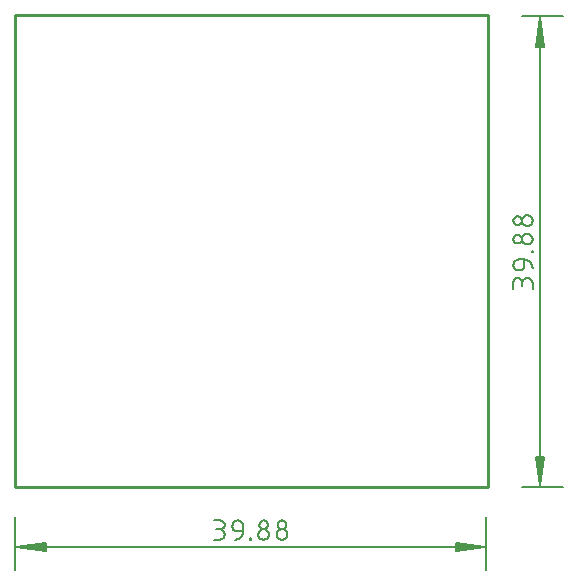
<source format=gko>
G04 EAGLE Gerber RS-274X export*
G75*
%MOMM*%
%FSLAX34Y34*%
%LPD*%
%INBoard Outline*%
%IPPOS*%
%AMOC8*
5,1,8,0,0,1.08239X$1,22.5*%
G01*
%ADD10C,0.000000*%
%ADD11C,0.130000*%
%ADD12C,0.152400*%
%ADD13C,0.254000*%


D10*
X0Y0D02*
X400000Y0D01*
X400000Y400000D01*
X0Y400000D02*
X0Y0D01*
D11*
X0Y-25400D02*
X0Y-70300D01*
X398780Y-70300D02*
X398780Y-25400D01*
X398130Y-50800D02*
X650Y-50800D01*
X26000Y-47608D01*
X26000Y-53992D01*
X650Y-50800D01*
X26000Y-49500D01*
X26000Y-52100D02*
X650Y-50800D01*
X26000Y-48200D01*
X26000Y-53400D02*
X650Y-50800D01*
X372780Y-47608D02*
X398130Y-50800D01*
X372780Y-47608D02*
X372780Y-53992D01*
X398130Y-50800D01*
X372780Y-49500D01*
X372780Y-52100D02*
X398130Y-50800D01*
X372780Y-48200D01*
X372780Y-53400D02*
X398130Y-50800D01*
D12*
X172758Y-44293D02*
X168242Y-44293D01*
X172758Y-44293D02*
X172891Y-44291D01*
X173023Y-44285D01*
X173155Y-44275D01*
X173287Y-44262D01*
X173419Y-44244D01*
X173549Y-44223D01*
X173680Y-44198D01*
X173809Y-44169D01*
X173937Y-44136D01*
X174065Y-44100D01*
X174191Y-44060D01*
X174316Y-44016D01*
X174440Y-43968D01*
X174562Y-43917D01*
X174683Y-43862D01*
X174802Y-43804D01*
X174920Y-43742D01*
X175035Y-43677D01*
X175149Y-43608D01*
X175260Y-43537D01*
X175369Y-43461D01*
X175476Y-43383D01*
X175581Y-43302D01*
X175683Y-43217D01*
X175783Y-43130D01*
X175880Y-43040D01*
X175975Y-42947D01*
X176066Y-42851D01*
X176155Y-42753D01*
X176241Y-42652D01*
X176324Y-42548D01*
X176404Y-42442D01*
X176480Y-42334D01*
X176554Y-42224D01*
X176624Y-42111D01*
X176691Y-41997D01*
X176754Y-41880D01*
X176814Y-41762D01*
X176871Y-41642D01*
X176924Y-41520D01*
X176973Y-41397D01*
X177019Y-41273D01*
X177061Y-41147D01*
X177099Y-41020D01*
X177134Y-40892D01*
X177165Y-40763D01*
X177192Y-40634D01*
X177215Y-40503D01*
X177235Y-40372D01*
X177250Y-40240D01*
X177262Y-40108D01*
X177270Y-39976D01*
X177274Y-39843D01*
X177274Y-39711D01*
X177270Y-39578D01*
X177262Y-39446D01*
X177250Y-39314D01*
X177235Y-39182D01*
X177215Y-39051D01*
X177192Y-38920D01*
X177165Y-38791D01*
X177134Y-38662D01*
X177099Y-38534D01*
X177061Y-38407D01*
X177019Y-38281D01*
X176973Y-38157D01*
X176924Y-38034D01*
X176871Y-37912D01*
X176814Y-37792D01*
X176754Y-37674D01*
X176691Y-37557D01*
X176624Y-37443D01*
X176554Y-37330D01*
X176480Y-37220D01*
X176404Y-37112D01*
X176324Y-37006D01*
X176241Y-36902D01*
X176155Y-36801D01*
X176066Y-36703D01*
X175975Y-36607D01*
X175880Y-36514D01*
X175783Y-36424D01*
X175683Y-36337D01*
X175581Y-36252D01*
X175476Y-36171D01*
X175369Y-36093D01*
X175260Y-36017D01*
X175149Y-35946D01*
X175035Y-35877D01*
X174920Y-35812D01*
X174802Y-35750D01*
X174683Y-35692D01*
X174562Y-35637D01*
X174440Y-35586D01*
X174316Y-35538D01*
X174191Y-35494D01*
X174065Y-35454D01*
X173937Y-35418D01*
X173809Y-35385D01*
X173680Y-35356D01*
X173549Y-35331D01*
X173419Y-35310D01*
X173287Y-35292D01*
X173155Y-35279D01*
X173023Y-35269D01*
X172891Y-35263D01*
X172758Y-35261D01*
X173661Y-28037D02*
X168242Y-28037D01*
X173661Y-28037D02*
X173780Y-28039D01*
X173900Y-28045D01*
X174019Y-28055D01*
X174137Y-28069D01*
X174256Y-28086D01*
X174373Y-28108D01*
X174490Y-28133D01*
X174605Y-28163D01*
X174720Y-28196D01*
X174834Y-28233D01*
X174946Y-28273D01*
X175057Y-28318D01*
X175166Y-28366D01*
X175274Y-28417D01*
X175380Y-28472D01*
X175484Y-28531D01*
X175586Y-28593D01*
X175686Y-28658D01*
X175784Y-28727D01*
X175880Y-28799D01*
X175973Y-28874D01*
X176063Y-28951D01*
X176151Y-29032D01*
X176236Y-29116D01*
X176318Y-29203D01*
X176398Y-29292D01*
X176474Y-29384D01*
X176548Y-29478D01*
X176618Y-29575D01*
X176685Y-29673D01*
X176749Y-29774D01*
X176809Y-29878D01*
X176866Y-29983D01*
X176919Y-30090D01*
X176969Y-30198D01*
X177015Y-30308D01*
X177057Y-30420D01*
X177096Y-30533D01*
X177131Y-30647D01*
X177162Y-30762D01*
X177190Y-30879D01*
X177213Y-30996D01*
X177233Y-31113D01*
X177249Y-31232D01*
X177261Y-31351D01*
X177269Y-31470D01*
X177273Y-31589D01*
X177273Y-31709D01*
X177269Y-31828D01*
X177261Y-31947D01*
X177249Y-32066D01*
X177233Y-32185D01*
X177213Y-32302D01*
X177190Y-32419D01*
X177162Y-32536D01*
X177131Y-32651D01*
X177096Y-32765D01*
X177057Y-32878D01*
X177015Y-32990D01*
X176969Y-33100D01*
X176919Y-33208D01*
X176866Y-33315D01*
X176809Y-33420D01*
X176749Y-33524D01*
X176685Y-33625D01*
X176618Y-33723D01*
X176548Y-33820D01*
X176474Y-33914D01*
X176398Y-34006D01*
X176318Y-34095D01*
X176236Y-34182D01*
X176151Y-34266D01*
X176063Y-34347D01*
X175973Y-34424D01*
X175880Y-34499D01*
X175784Y-34571D01*
X175686Y-34640D01*
X175586Y-34705D01*
X175484Y-34767D01*
X175380Y-34826D01*
X175274Y-34881D01*
X175166Y-34932D01*
X175057Y-34980D01*
X174946Y-35025D01*
X174834Y-35065D01*
X174720Y-35102D01*
X174605Y-35135D01*
X174490Y-35165D01*
X174373Y-35190D01*
X174256Y-35212D01*
X174137Y-35229D01*
X174019Y-35243D01*
X173900Y-35253D01*
X173780Y-35259D01*
X173661Y-35261D01*
X173661Y-35262D02*
X170048Y-35262D01*
X187486Y-37068D02*
X192904Y-37068D01*
X187486Y-37068D02*
X187368Y-37066D01*
X187250Y-37060D01*
X187132Y-37051D01*
X187015Y-37037D01*
X186898Y-37020D01*
X186781Y-36999D01*
X186666Y-36974D01*
X186551Y-36945D01*
X186437Y-36912D01*
X186325Y-36876D01*
X186214Y-36836D01*
X186104Y-36793D01*
X185995Y-36746D01*
X185888Y-36696D01*
X185783Y-36641D01*
X185680Y-36584D01*
X185579Y-36523D01*
X185479Y-36459D01*
X185382Y-36392D01*
X185287Y-36322D01*
X185195Y-36248D01*
X185104Y-36172D01*
X185017Y-36092D01*
X184932Y-36010D01*
X184850Y-35925D01*
X184770Y-35838D01*
X184694Y-35747D01*
X184620Y-35655D01*
X184550Y-35560D01*
X184483Y-35463D01*
X184419Y-35363D01*
X184358Y-35262D01*
X184301Y-35159D01*
X184246Y-35054D01*
X184196Y-34947D01*
X184149Y-34838D01*
X184106Y-34728D01*
X184066Y-34617D01*
X184030Y-34505D01*
X183997Y-34391D01*
X183968Y-34276D01*
X183943Y-34161D01*
X183922Y-34044D01*
X183905Y-33927D01*
X183891Y-33810D01*
X183882Y-33692D01*
X183876Y-33574D01*
X183874Y-33456D01*
X183873Y-33456D02*
X183873Y-32553D01*
X183875Y-32420D01*
X183881Y-32288D01*
X183891Y-32156D01*
X183904Y-32024D01*
X183922Y-31892D01*
X183943Y-31762D01*
X183968Y-31631D01*
X183997Y-31502D01*
X184030Y-31374D01*
X184066Y-31246D01*
X184106Y-31120D01*
X184150Y-30995D01*
X184198Y-30871D01*
X184249Y-30749D01*
X184304Y-30628D01*
X184362Y-30509D01*
X184424Y-30391D01*
X184489Y-30276D01*
X184558Y-30162D01*
X184629Y-30051D01*
X184705Y-29942D01*
X184783Y-29835D01*
X184864Y-29730D01*
X184949Y-29628D01*
X185036Y-29528D01*
X185126Y-29431D01*
X185219Y-29336D01*
X185315Y-29245D01*
X185413Y-29156D01*
X185514Y-29070D01*
X185618Y-28987D01*
X185724Y-28907D01*
X185832Y-28831D01*
X185942Y-28757D01*
X186055Y-28687D01*
X186169Y-28620D01*
X186286Y-28557D01*
X186404Y-28497D01*
X186524Y-28440D01*
X186646Y-28387D01*
X186769Y-28338D01*
X186893Y-28292D01*
X187019Y-28250D01*
X187146Y-28212D01*
X187274Y-28177D01*
X187403Y-28146D01*
X187532Y-28119D01*
X187663Y-28096D01*
X187794Y-28076D01*
X187926Y-28061D01*
X188058Y-28049D01*
X188190Y-28041D01*
X188323Y-28037D01*
X188455Y-28037D01*
X188588Y-28041D01*
X188720Y-28049D01*
X188852Y-28061D01*
X188984Y-28076D01*
X189115Y-28096D01*
X189246Y-28119D01*
X189375Y-28146D01*
X189504Y-28177D01*
X189632Y-28212D01*
X189759Y-28250D01*
X189885Y-28292D01*
X190009Y-28338D01*
X190132Y-28387D01*
X190254Y-28440D01*
X190374Y-28497D01*
X190492Y-28557D01*
X190609Y-28620D01*
X190723Y-28687D01*
X190836Y-28757D01*
X190946Y-28831D01*
X191054Y-28907D01*
X191160Y-28987D01*
X191264Y-29070D01*
X191365Y-29156D01*
X191463Y-29245D01*
X191559Y-29336D01*
X191652Y-29431D01*
X191742Y-29528D01*
X191829Y-29628D01*
X191914Y-29730D01*
X191995Y-29835D01*
X192073Y-29942D01*
X192149Y-30051D01*
X192220Y-30162D01*
X192289Y-30276D01*
X192354Y-30391D01*
X192416Y-30509D01*
X192474Y-30628D01*
X192529Y-30749D01*
X192580Y-30871D01*
X192628Y-30995D01*
X192672Y-31120D01*
X192712Y-31246D01*
X192748Y-31374D01*
X192781Y-31502D01*
X192810Y-31631D01*
X192835Y-31762D01*
X192856Y-31892D01*
X192874Y-32024D01*
X192887Y-32156D01*
X192897Y-32288D01*
X192903Y-32420D01*
X192905Y-32553D01*
X192904Y-32553D02*
X192904Y-37068D01*
X192902Y-37243D01*
X192896Y-37417D01*
X192885Y-37591D01*
X192870Y-37765D01*
X192851Y-37939D01*
X192828Y-38112D01*
X192801Y-38284D01*
X192769Y-38456D01*
X192734Y-38627D01*
X192694Y-38797D01*
X192650Y-38966D01*
X192602Y-39134D01*
X192550Y-39301D01*
X192494Y-39466D01*
X192434Y-39630D01*
X192371Y-39793D01*
X192303Y-39953D01*
X192231Y-40113D01*
X192156Y-40270D01*
X192076Y-40426D01*
X191993Y-40579D01*
X191907Y-40731D01*
X191816Y-40880D01*
X191722Y-41027D01*
X191625Y-41172D01*
X191524Y-41315D01*
X191420Y-41455D01*
X191312Y-41592D01*
X191201Y-41727D01*
X191087Y-41859D01*
X190970Y-41988D01*
X190849Y-42115D01*
X190726Y-42238D01*
X190599Y-42359D01*
X190470Y-42476D01*
X190338Y-42590D01*
X190203Y-42701D01*
X190066Y-42809D01*
X189926Y-42913D01*
X189783Y-43014D01*
X189638Y-43111D01*
X189491Y-43205D01*
X189342Y-43296D01*
X189190Y-43382D01*
X189037Y-43465D01*
X188881Y-43545D01*
X188724Y-43620D01*
X188564Y-43692D01*
X188404Y-43760D01*
X188241Y-43823D01*
X188077Y-43883D01*
X187912Y-43939D01*
X187745Y-43991D01*
X187577Y-44039D01*
X187408Y-44083D01*
X187238Y-44123D01*
X187067Y-44158D01*
X186895Y-44190D01*
X186723Y-44217D01*
X186550Y-44240D01*
X186376Y-44259D01*
X186202Y-44274D01*
X186028Y-44285D01*
X185854Y-44291D01*
X185679Y-44293D01*
X198879Y-44293D02*
X198879Y-43390D01*
X199782Y-43390D01*
X199782Y-44293D01*
X198879Y-44293D01*
X205756Y-39777D02*
X205758Y-39644D01*
X205764Y-39512D01*
X205774Y-39380D01*
X205787Y-39248D01*
X205805Y-39116D01*
X205826Y-38986D01*
X205851Y-38855D01*
X205880Y-38726D01*
X205913Y-38598D01*
X205949Y-38470D01*
X205989Y-38344D01*
X206033Y-38219D01*
X206081Y-38095D01*
X206132Y-37973D01*
X206187Y-37852D01*
X206245Y-37733D01*
X206307Y-37615D01*
X206372Y-37500D01*
X206441Y-37386D01*
X206512Y-37275D01*
X206588Y-37166D01*
X206666Y-37059D01*
X206747Y-36954D01*
X206832Y-36852D01*
X206919Y-36752D01*
X207009Y-36655D01*
X207102Y-36560D01*
X207198Y-36469D01*
X207296Y-36380D01*
X207397Y-36294D01*
X207501Y-36211D01*
X207607Y-36131D01*
X207715Y-36055D01*
X207825Y-35981D01*
X207938Y-35911D01*
X208052Y-35844D01*
X208169Y-35781D01*
X208287Y-35721D01*
X208407Y-35664D01*
X208529Y-35611D01*
X208652Y-35562D01*
X208776Y-35516D01*
X208902Y-35474D01*
X209029Y-35436D01*
X209157Y-35401D01*
X209286Y-35370D01*
X209415Y-35343D01*
X209546Y-35320D01*
X209677Y-35300D01*
X209809Y-35285D01*
X209941Y-35273D01*
X210073Y-35265D01*
X210206Y-35261D01*
X210338Y-35261D01*
X210471Y-35265D01*
X210603Y-35273D01*
X210735Y-35285D01*
X210867Y-35300D01*
X210998Y-35320D01*
X211129Y-35343D01*
X211258Y-35370D01*
X211387Y-35401D01*
X211515Y-35436D01*
X211642Y-35474D01*
X211768Y-35516D01*
X211892Y-35562D01*
X212015Y-35611D01*
X212137Y-35664D01*
X212257Y-35721D01*
X212375Y-35781D01*
X212492Y-35844D01*
X212606Y-35911D01*
X212719Y-35981D01*
X212829Y-36055D01*
X212937Y-36131D01*
X213043Y-36211D01*
X213147Y-36294D01*
X213248Y-36380D01*
X213346Y-36469D01*
X213442Y-36560D01*
X213535Y-36655D01*
X213625Y-36752D01*
X213712Y-36852D01*
X213797Y-36954D01*
X213878Y-37059D01*
X213956Y-37166D01*
X214032Y-37275D01*
X214103Y-37386D01*
X214172Y-37500D01*
X214237Y-37615D01*
X214299Y-37733D01*
X214357Y-37852D01*
X214412Y-37973D01*
X214463Y-38095D01*
X214511Y-38219D01*
X214555Y-38344D01*
X214595Y-38470D01*
X214631Y-38598D01*
X214664Y-38726D01*
X214693Y-38855D01*
X214718Y-38986D01*
X214739Y-39116D01*
X214757Y-39248D01*
X214770Y-39380D01*
X214780Y-39512D01*
X214786Y-39644D01*
X214788Y-39777D01*
X214786Y-39910D01*
X214780Y-40042D01*
X214770Y-40174D01*
X214757Y-40306D01*
X214739Y-40438D01*
X214718Y-40568D01*
X214693Y-40699D01*
X214664Y-40828D01*
X214631Y-40956D01*
X214595Y-41084D01*
X214555Y-41210D01*
X214511Y-41335D01*
X214463Y-41459D01*
X214412Y-41581D01*
X214357Y-41702D01*
X214299Y-41821D01*
X214237Y-41939D01*
X214172Y-42054D01*
X214103Y-42168D01*
X214032Y-42279D01*
X213956Y-42388D01*
X213878Y-42495D01*
X213797Y-42600D01*
X213712Y-42702D01*
X213625Y-42802D01*
X213535Y-42899D01*
X213442Y-42994D01*
X213346Y-43085D01*
X213248Y-43174D01*
X213147Y-43260D01*
X213043Y-43343D01*
X212937Y-43423D01*
X212829Y-43499D01*
X212719Y-43573D01*
X212606Y-43643D01*
X212492Y-43710D01*
X212375Y-43773D01*
X212257Y-43833D01*
X212137Y-43890D01*
X212015Y-43943D01*
X211892Y-43992D01*
X211768Y-44038D01*
X211642Y-44080D01*
X211515Y-44118D01*
X211387Y-44153D01*
X211258Y-44184D01*
X211129Y-44211D01*
X210998Y-44234D01*
X210867Y-44254D01*
X210735Y-44269D01*
X210603Y-44281D01*
X210471Y-44289D01*
X210338Y-44293D01*
X210206Y-44293D01*
X210073Y-44289D01*
X209941Y-44281D01*
X209809Y-44269D01*
X209677Y-44254D01*
X209546Y-44234D01*
X209415Y-44211D01*
X209286Y-44184D01*
X209157Y-44153D01*
X209029Y-44118D01*
X208902Y-44080D01*
X208776Y-44038D01*
X208652Y-43992D01*
X208529Y-43943D01*
X208407Y-43890D01*
X208287Y-43833D01*
X208169Y-43773D01*
X208052Y-43710D01*
X207938Y-43643D01*
X207825Y-43573D01*
X207715Y-43499D01*
X207607Y-43423D01*
X207501Y-43343D01*
X207397Y-43260D01*
X207296Y-43174D01*
X207198Y-43085D01*
X207102Y-42994D01*
X207009Y-42899D01*
X206919Y-42802D01*
X206832Y-42702D01*
X206747Y-42600D01*
X206666Y-42495D01*
X206588Y-42388D01*
X206512Y-42279D01*
X206441Y-42168D01*
X206372Y-42054D01*
X206307Y-41939D01*
X206245Y-41821D01*
X206187Y-41702D01*
X206132Y-41581D01*
X206081Y-41459D01*
X206033Y-41335D01*
X205989Y-41210D01*
X205949Y-41084D01*
X205913Y-40956D01*
X205880Y-40828D01*
X205851Y-40699D01*
X205826Y-40568D01*
X205805Y-40438D01*
X205787Y-40306D01*
X205774Y-40174D01*
X205764Y-40042D01*
X205758Y-39910D01*
X205756Y-39777D01*
X206660Y-31649D02*
X206662Y-31530D01*
X206668Y-31410D01*
X206678Y-31291D01*
X206692Y-31173D01*
X206709Y-31054D01*
X206731Y-30937D01*
X206756Y-30820D01*
X206786Y-30705D01*
X206819Y-30590D01*
X206856Y-30476D01*
X206896Y-30364D01*
X206941Y-30253D01*
X206989Y-30144D01*
X207040Y-30036D01*
X207095Y-29930D01*
X207154Y-29826D01*
X207216Y-29724D01*
X207281Y-29624D01*
X207350Y-29526D01*
X207422Y-29430D01*
X207497Y-29337D01*
X207574Y-29247D01*
X207655Y-29159D01*
X207739Y-29074D01*
X207826Y-28992D01*
X207915Y-28912D01*
X208007Y-28836D01*
X208101Y-28762D01*
X208198Y-28692D01*
X208296Y-28625D01*
X208397Y-28561D01*
X208501Y-28501D01*
X208606Y-28444D01*
X208713Y-28391D01*
X208821Y-28341D01*
X208931Y-28295D01*
X209043Y-28253D01*
X209156Y-28214D01*
X209270Y-28179D01*
X209385Y-28148D01*
X209502Y-28120D01*
X209619Y-28097D01*
X209736Y-28077D01*
X209855Y-28061D01*
X209974Y-28049D01*
X210093Y-28041D01*
X210212Y-28037D01*
X210332Y-28037D01*
X210451Y-28041D01*
X210570Y-28049D01*
X210689Y-28061D01*
X210808Y-28077D01*
X210925Y-28097D01*
X211042Y-28120D01*
X211159Y-28148D01*
X211274Y-28179D01*
X211388Y-28214D01*
X211501Y-28253D01*
X211613Y-28295D01*
X211723Y-28341D01*
X211831Y-28391D01*
X211938Y-28444D01*
X212043Y-28501D01*
X212147Y-28561D01*
X212248Y-28625D01*
X212346Y-28692D01*
X212443Y-28762D01*
X212537Y-28836D01*
X212629Y-28912D01*
X212718Y-28992D01*
X212805Y-29074D01*
X212889Y-29159D01*
X212970Y-29247D01*
X213047Y-29337D01*
X213122Y-29430D01*
X213194Y-29526D01*
X213263Y-29624D01*
X213328Y-29724D01*
X213390Y-29826D01*
X213449Y-29930D01*
X213504Y-30036D01*
X213555Y-30144D01*
X213603Y-30253D01*
X213648Y-30364D01*
X213688Y-30476D01*
X213725Y-30590D01*
X213758Y-30705D01*
X213788Y-30820D01*
X213813Y-30937D01*
X213835Y-31054D01*
X213852Y-31173D01*
X213866Y-31291D01*
X213876Y-31410D01*
X213882Y-31530D01*
X213884Y-31649D01*
X213882Y-31768D01*
X213876Y-31888D01*
X213866Y-32007D01*
X213852Y-32125D01*
X213835Y-32244D01*
X213813Y-32361D01*
X213788Y-32478D01*
X213758Y-32593D01*
X213725Y-32708D01*
X213688Y-32822D01*
X213648Y-32934D01*
X213603Y-33045D01*
X213555Y-33154D01*
X213504Y-33262D01*
X213449Y-33368D01*
X213390Y-33472D01*
X213328Y-33574D01*
X213263Y-33674D01*
X213194Y-33772D01*
X213122Y-33868D01*
X213047Y-33961D01*
X212970Y-34051D01*
X212889Y-34139D01*
X212805Y-34224D01*
X212718Y-34306D01*
X212629Y-34386D01*
X212537Y-34462D01*
X212443Y-34536D01*
X212346Y-34606D01*
X212248Y-34673D01*
X212147Y-34737D01*
X212043Y-34797D01*
X211938Y-34854D01*
X211831Y-34907D01*
X211723Y-34957D01*
X211613Y-35003D01*
X211501Y-35045D01*
X211388Y-35084D01*
X211274Y-35119D01*
X211159Y-35150D01*
X211042Y-35178D01*
X210925Y-35201D01*
X210808Y-35221D01*
X210689Y-35237D01*
X210570Y-35249D01*
X210451Y-35257D01*
X210332Y-35261D01*
X210212Y-35261D01*
X210093Y-35257D01*
X209974Y-35249D01*
X209855Y-35237D01*
X209736Y-35221D01*
X209619Y-35201D01*
X209502Y-35178D01*
X209385Y-35150D01*
X209270Y-35119D01*
X209156Y-35084D01*
X209043Y-35045D01*
X208931Y-35003D01*
X208821Y-34957D01*
X208713Y-34907D01*
X208606Y-34854D01*
X208501Y-34797D01*
X208397Y-34737D01*
X208296Y-34673D01*
X208198Y-34606D01*
X208101Y-34536D01*
X208007Y-34462D01*
X207915Y-34386D01*
X207826Y-34306D01*
X207739Y-34224D01*
X207655Y-34139D01*
X207574Y-34051D01*
X207497Y-33961D01*
X207422Y-33868D01*
X207350Y-33772D01*
X207281Y-33674D01*
X207216Y-33574D01*
X207154Y-33472D01*
X207095Y-33368D01*
X207040Y-33262D01*
X206989Y-33154D01*
X206941Y-33045D01*
X206896Y-32934D01*
X206856Y-32822D01*
X206819Y-32708D01*
X206786Y-32593D01*
X206756Y-32478D01*
X206731Y-32361D01*
X206709Y-32244D01*
X206692Y-32125D01*
X206678Y-32007D01*
X206668Y-31888D01*
X206662Y-31768D01*
X206660Y-31649D01*
X221388Y-39777D02*
X221390Y-39644D01*
X221396Y-39512D01*
X221406Y-39380D01*
X221419Y-39248D01*
X221437Y-39116D01*
X221458Y-38986D01*
X221483Y-38855D01*
X221512Y-38726D01*
X221545Y-38598D01*
X221581Y-38470D01*
X221621Y-38344D01*
X221665Y-38219D01*
X221713Y-38095D01*
X221764Y-37973D01*
X221819Y-37852D01*
X221877Y-37733D01*
X221939Y-37615D01*
X222004Y-37500D01*
X222073Y-37386D01*
X222144Y-37275D01*
X222220Y-37166D01*
X222298Y-37059D01*
X222379Y-36954D01*
X222464Y-36852D01*
X222551Y-36752D01*
X222641Y-36655D01*
X222734Y-36560D01*
X222830Y-36469D01*
X222928Y-36380D01*
X223029Y-36294D01*
X223133Y-36211D01*
X223239Y-36131D01*
X223347Y-36055D01*
X223457Y-35981D01*
X223570Y-35911D01*
X223684Y-35844D01*
X223801Y-35781D01*
X223919Y-35721D01*
X224039Y-35664D01*
X224161Y-35611D01*
X224284Y-35562D01*
X224408Y-35516D01*
X224534Y-35474D01*
X224661Y-35436D01*
X224789Y-35401D01*
X224918Y-35370D01*
X225047Y-35343D01*
X225178Y-35320D01*
X225309Y-35300D01*
X225441Y-35285D01*
X225573Y-35273D01*
X225705Y-35265D01*
X225838Y-35261D01*
X225970Y-35261D01*
X226103Y-35265D01*
X226235Y-35273D01*
X226367Y-35285D01*
X226499Y-35300D01*
X226630Y-35320D01*
X226761Y-35343D01*
X226890Y-35370D01*
X227019Y-35401D01*
X227147Y-35436D01*
X227274Y-35474D01*
X227400Y-35516D01*
X227524Y-35562D01*
X227647Y-35611D01*
X227769Y-35664D01*
X227889Y-35721D01*
X228007Y-35781D01*
X228124Y-35844D01*
X228238Y-35911D01*
X228351Y-35981D01*
X228461Y-36055D01*
X228569Y-36131D01*
X228675Y-36211D01*
X228779Y-36294D01*
X228880Y-36380D01*
X228978Y-36469D01*
X229074Y-36560D01*
X229167Y-36655D01*
X229257Y-36752D01*
X229344Y-36852D01*
X229429Y-36954D01*
X229510Y-37059D01*
X229588Y-37166D01*
X229664Y-37275D01*
X229735Y-37386D01*
X229804Y-37500D01*
X229869Y-37615D01*
X229931Y-37733D01*
X229989Y-37852D01*
X230044Y-37973D01*
X230095Y-38095D01*
X230143Y-38219D01*
X230187Y-38344D01*
X230227Y-38470D01*
X230263Y-38598D01*
X230296Y-38726D01*
X230325Y-38855D01*
X230350Y-38986D01*
X230371Y-39116D01*
X230389Y-39248D01*
X230402Y-39380D01*
X230412Y-39512D01*
X230418Y-39644D01*
X230420Y-39777D01*
X230418Y-39910D01*
X230412Y-40042D01*
X230402Y-40174D01*
X230389Y-40306D01*
X230371Y-40438D01*
X230350Y-40568D01*
X230325Y-40699D01*
X230296Y-40828D01*
X230263Y-40956D01*
X230227Y-41084D01*
X230187Y-41210D01*
X230143Y-41335D01*
X230095Y-41459D01*
X230044Y-41581D01*
X229989Y-41702D01*
X229931Y-41821D01*
X229869Y-41939D01*
X229804Y-42054D01*
X229735Y-42168D01*
X229664Y-42279D01*
X229588Y-42388D01*
X229510Y-42495D01*
X229429Y-42600D01*
X229344Y-42702D01*
X229257Y-42802D01*
X229167Y-42899D01*
X229074Y-42994D01*
X228978Y-43085D01*
X228880Y-43174D01*
X228779Y-43260D01*
X228675Y-43343D01*
X228569Y-43423D01*
X228461Y-43499D01*
X228351Y-43573D01*
X228238Y-43643D01*
X228124Y-43710D01*
X228007Y-43773D01*
X227889Y-43833D01*
X227769Y-43890D01*
X227647Y-43943D01*
X227524Y-43992D01*
X227400Y-44038D01*
X227274Y-44080D01*
X227147Y-44118D01*
X227019Y-44153D01*
X226890Y-44184D01*
X226761Y-44211D01*
X226630Y-44234D01*
X226499Y-44254D01*
X226367Y-44269D01*
X226235Y-44281D01*
X226103Y-44289D01*
X225970Y-44293D01*
X225838Y-44293D01*
X225705Y-44289D01*
X225573Y-44281D01*
X225441Y-44269D01*
X225309Y-44254D01*
X225178Y-44234D01*
X225047Y-44211D01*
X224918Y-44184D01*
X224789Y-44153D01*
X224661Y-44118D01*
X224534Y-44080D01*
X224408Y-44038D01*
X224284Y-43992D01*
X224161Y-43943D01*
X224039Y-43890D01*
X223919Y-43833D01*
X223801Y-43773D01*
X223684Y-43710D01*
X223570Y-43643D01*
X223457Y-43573D01*
X223347Y-43499D01*
X223239Y-43423D01*
X223133Y-43343D01*
X223029Y-43260D01*
X222928Y-43174D01*
X222830Y-43085D01*
X222734Y-42994D01*
X222641Y-42899D01*
X222551Y-42802D01*
X222464Y-42702D01*
X222379Y-42600D01*
X222298Y-42495D01*
X222220Y-42388D01*
X222144Y-42279D01*
X222073Y-42168D01*
X222004Y-42054D01*
X221939Y-41939D01*
X221877Y-41821D01*
X221819Y-41702D01*
X221764Y-41581D01*
X221713Y-41459D01*
X221665Y-41335D01*
X221621Y-41210D01*
X221581Y-41084D01*
X221545Y-40956D01*
X221512Y-40828D01*
X221483Y-40699D01*
X221458Y-40568D01*
X221437Y-40438D01*
X221419Y-40306D01*
X221406Y-40174D01*
X221396Y-40042D01*
X221390Y-39910D01*
X221388Y-39777D01*
X222292Y-31649D02*
X222294Y-31530D01*
X222300Y-31410D01*
X222310Y-31291D01*
X222324Y-31173D01*
X222341Y-31054D01*
X222363Y-30937D01*
X222388Y-30820D01*
X222418Y-30705D01*
X222451Y-30590D01*
X222488Y-30476D01*
X222528Y-30364D01*
X222573Y-30253D01*
X222621Y-30144D01*
X222672Y-30036D01*
X222727Y-29930D01*
X222786Y-29826D01*
X222848Y-29724D01*
X222913Y-29624D01*
X222982Y-29526D01*
X223054Y-29430D01*
X223129Y-29337D01*
X223206Y-29247D01*
X223287Y-29159D01*
X223371Y-29074D01*
X223458Y-28992D01*
X223547Y-28912D01*
X223639Y-28836D01*
X223733Y-28762D01*
X223830Y-28692D01*
X223928Y-28625D01*
X224029Y-28561D01*
X224133Y-28501D01*
X224238Y-28444D01*
X224345Y-28391D01*
X224453Y-28341D01*
X224563Y-28295D01*
X224675Y-28253D01*
X224788Y-28214D01*
X224902Y-28179D01*
X225017Y-28148D01*
X225134Y-28120D01*
X225251Y-28097D01*
X225368Y-28077D01*
X225487Y-28061D01*
X225606Y-28049D01*
X225725Y-28041D01*
X225844Y-28037D01*
X225964Y-28037D01*
X226083Y-28041D01*
X226202Y-28049D01*
X226321Y-28061D01*
X226440Y-28077D01*
X226557Y-28097D01*
X226674Y-28120D01*
X226791Y-28148D01*
X226906Y-28179D01*
X227020Y-28214D01*
X227133Y-28253D01*
X227245Y-28295D01*
X227355Y-28341D01*
X227463Y-28391D01*
X227570Y-28444D01*
X227675Y-28501D01*
X227779Y-28561D01*
X227880Y-28625D01*
X227978Y-28692D01*
X228075Y-28762D01*
X228169Y-28836D01*
X228261Y-28912D01*
X228350Y-28992D01*
X228437Y-29074D01*
X228521Y-29159D01*
X228602Y-29247D01*
X228679Y-29337D01*
X228754Y-29430D01*
X228826Y-29526D01*
X228895Y-29624D01*
X228960Y-29724D01*
X229022Y-29826D01*
X229081Y-29930D01*
X229136Y-30036D01*
X229187Y-30144D01*
X229235Y-30253D01*
X229280Y-30364D01*
X229320Y-30476D01*
X229357Y-30590D01*
X229390Y-30705D01*
X229420Y-30820D01*
X229445Y-30937D01*
X229467Y-31054D01*
X229484Y-31173D01*
X229498Y-31291D01*
X229508Y-31410D01*
X229514Y-31530D01*
X229516Y-31649D01*
X229514Y-31768D01*
X229508Y-31888D01*
X229498Y-32007D01*
X229484Y-32125D01*
X229467Y-32244D01*
X229445Y-32361D01*
X229420Y-32478D01*
X229390Y-32593D01*
X229357Y-32708D01*
X229320Y-32822D01*
X229280Y-32934D01*
X229235Y-33045D01*
X229187Y-33154D01*
X229136Y-33262D01*
X229081Y-33368D01*
X229022Y-33472D01*
X228960Y-33574D01*
X228895Y-33674D01*
X228826Y-33772D01*
X228754Y-33868D01*
X228679Y-33961D01*
X228602Y-34051D01*
X228521Y-34139D01*
X228437Y-34224D01*
X228350Y-34306D01*
X228261Y-34386D01*
X228169Y-34462D01*
X228075Y-34536D01*
X227978Y-34606D01*
X227880Y-34673D01*
X227779Y-34737D01*
X227675Y-34797D01*
X227570Y-34854D01*
X227463Y-34907D01*
X227355Y-34957D01*
X227245Y-35003D01*
X227133Y-35045D01*
X227020Y-35084D01*
X226906Y-35119D01*
X226791Y-35150D01*
X226674Y-35178D01*
X226557Y-35201D01*
X226440Y-35221D01*
X226321Y-35237D01*
X226202Y-35249D01*
X226083Y-35257D01*
X225964Y-35261D01*
X225844Y-35261D01*
X225725Y-35257D01*
X225606Y-35249D01*
X225487Y-35237D01*
X225368Y-35221D01*
X225251Y-35201D01*
X225134Y-35178D01*
X225017Y-35150D01*
X224902Y-35119D01*
X224788Y-35084D01*
X224675Y-35045D01*
X224563Y-35003D01*
X224453Y-34957D01*
X224345Y-34907D01*
X224238Y-34854D01*
X224133Y-34797D01*
X224029Y-34737D01*
X223928Y-34673D01*
X223830Y-34606D01*
X223733Y-34536D01*
X223639Y-34462D01*
X223547Y-34386D01*
X223458Y-34306D01*
X223371Y-34224D01*
X223287Y-34139D01*
X223206Y-34051D01*
X223129Y-33961D01*
X223054Y-33868D01*
X222982Y-33772D01*
X222913Y-33674D01*
X222848Y-33574D01*
X222786Y-33472D01*
X222727Y-33368D01*
X222672Y-33262D01*
X222621Y-33154D01*
X222573Y-33045D01*
X222528Y-32934D01*
X222488Y-32822D01*
X222451Y-32708D01*
X222418Y-32593D01*
X222388Y-32478D01*
X222363Y-32361D01*
X222341Y-32244D01*
X222324Y-32125D01*
X222310Y-32007D01*
X222300Y-31888D01*
X222294Y-31768D01*
X222292Y-31649D01*
D10*
X400000Y400000D02*
X0Y400000D01*
D11*
X429260Y398780D02*
X464000Y398780D01*
X464000Y0D02*
X429260Y0D01*
X444500Y650D02*
X444500Y398130D01*
X441308Y372780D01*
X447692Y372780D01*
X444500Y398130D01*
X443200Y372780D01*
X445800Y372780D02*
X444500Y398130D01*
X441900Y372780D01*
X447100Y372780D02*
X444500Y398130D01*
X441308Y26000D02*
X444500Y650D01*
X441308Y26000D02*
X447692Y26000D01*
X444500Y650D01*
X443200Y26000D01*
X445800Y26000D02*
X444500Y650D01*
X441900Y26000D01*
X447100Y26000D02*
X444500Y650D01*
D12*
X437993Y168242D02*
X437993Y172758D01*
X437991Y172891D01*
X437985Y173023D01*
X437975Y173155D01*
X437962Y173287D01*
X437944Y173419D01*
X437923Y173549D01*
X437898Y173680D01*
X437869Y173809D01*
X437836Y173937D01*
X437800Y174065D01*
X437760Y174191D01*
X437716Y174316D01*
X437668Y174440D01*
X437617Y174562D01*
X437562Y174683D01*
X437504Y174802D01*
X437442Y174920D01*
X437377Y175035D01*
X437308Y175149D01*
X437237Y175260D01*
X437161Y175369D01*
X437083Y175476D01*
X437002Y175581D01*
X436917Y175683D01*
X436830Y175783D01*
X436740Y175880D01*
X436647Y175975D01*
X436551Y176066D01*
X436453Y176155D01*
X436352Y176241D01*
X436248Y176324D01*
X436142Y176404D01*
X436034Y176480D01*
X435924Y176554D01*
X435811Y176624D01*
X435697Y176691D01*
X435580Y176754D01*
X435462Y176814D01*
X435342Y176871D01*
X435220Y176924D01*
X435097Y176973D01*
X434973Y177019D01*
X434847Y177061D01*
X434720Y177099D01*
X434592Y177134D01*
X434463Y177165D01*
X434334Y177192D01*
X434203Y177215D01*
X434072Y177235D01*
X433940Y177250D01*
X433808Y177262D01*
X433676Y177270D01*
X433543Y177274D01*
X433411Y177274D01*
X433278Y177270D01*
X433146Y177262D01*
X433014Y177250D01*
X432882Y177235D01*
X432751Y177215D01*
X432620Y177192D01*
X432491Y177165D01*
X432362Y177134D01*
X432234Y177099D01*
X432107Y177061D01*
X431981Y177019D01*
X431857Y176973D01*
X431734Y176924D01*
X431612Y176871D01*
X431492Y176814D01*
X431374Y176754D01*
X431257Y176691D01*
X431143Y176624D01*
X431030Y176554D01*
X430920Y176480D01*
X430812Y176404D01*
X430706Y176324D01*
X430602Y176241D01*
X430501Y176155D01*
X430403Y176066D01*
X430307Y175975D01*
X430214Y175880D01*
X430124Y175783D01*
X430037Y175683D01*
X429952Y175581D01*
X429871Y175476D01*
X429793Y175369D01*
X429717Y175260D01*
X429646Y175149D01*
X429577Y175035D01*
X429512Y174920D01*
X429450Y174802D01*
X429392Y174683D01*
X429337Y174562D01*
X429286Y174440D01*
X429238Y174316D01*
X429194Y174191D01*
X429154Y174065D01*
X429118Y173937D01*
X429085Y173809D01*
X429056Y173680D01*
X429031Y173549D01*
X429010Y173419D01*
X428992Y173287D01*
X428979Y173155D01*
X428969Y173023D01*
X428963Y172891D01*
X428961Y172758D01*
X421737Y173661D02*
X421737Y168242D01*
X421737Y173661D02*
X421739Y173780D01*
X421745Y173900D01*
X421755Y174019D01*
X421769Y174137D01*
X421786Y174256D01*
X421808Y174373D01*
X421833Y174490D01*
X421863Y174605D01*
X421896Y174720D01*
X421933Y174834D01*
X421973Y174946D01*
X422018Y175057D01*
X422066Y175166D01*
X422117Y175274D01*
X422172Y175380D01*
X422231Y175484D01*
X422293Y175586D01*
X422358Y175686D01*
X422427Y175784D01*
X422499Y175880D01*
X422574Y175973D01*
X422651Y176063D01*
X422732Y176151D01*
X422816Y176236D01*
X422903Y176318D01*
X422992Y176398D01*
X423084Y176474D01*
X423178Y176548D01*
X423275Y176618D01*
X423373Y176685D01*
X423474Y176749D01*
X423578Y176809D01*
X423683Y176866D01*
X423790Y176919D01*
X423898Y176969D01*
X424008Y177015D01*
X424120Y177057D01*
X424233Y177096D01*
X424347Y177131D01*
X424462Y177162D01*
X424579Y177190D01*
X424696Y177213D01*
X424813Y177233D01*
X424932Y177249D01*
X425051Y177261D01*
X425170Y177269D01*
X425289Y177273D01*
X425409Y177273D01*
X425528Y177269D01*
X425647Y177261D01*
X425766Y177249D01*
X425885Y177233D01*
X426002Y177213D01*
X426119Y177190D01*
X426236Y177162D01*
X426351Y177131D01*
X426465Y177096D01*
X426578Y177057D01*
X426690Y177015D01*
X426800Y176969D01*
X426908Y176919D01*
X427015Y176866D01*
X427120Y176809D01*
X427224Y176749D01*
X427325Y176685D01*
X427423Y176618D01*
X427520Y176548D01*
X427614Y176474D01*
X427706Y176398D01*
X427795Y176318D01*
X427882Y176236D01*
X427966Y176151D01*
X428047Y176063D01*
X428124Y175973D01*
X428199Y175880D01*
X428271Y175784D01*
X428340Y175686D01*
X428405Y175586D01*
X428467Y175484D01*
X428526Y175380D01*
X428581Y175274D01*
X428632Y175166D01*
X428680Y175057D01*
X428725Y174946D01*
X428765Y174834D01*
X428802Y174720D01*
X428835Y174605D01*
X428865Y174490D01*
X428890Y174373D01*
X428912Y174256D01*
X428929Y174137D01*
X428943Y174019D01*
X428953Y173900D01*
X428959Y173780D01*
X428961Y173661D01*
X428962Y173661D02*
X428962Y170048D01*
X430768Y187486D02*
X430768Y192904D01*
X430768Y187486D02*
X430766Y187368D01*
X430760Y187250D01*
X430751Y187132D01*
X430737Y187015D01*
X430720Y186898D01*
X430699Y186781D01*
X430674Y186666D01*
X430645Y186551D01*
X430612Y186437D01*
X430576Y186325D01*
X430536Y186214D01*
X430493Y186104D01*
X430446Y185995D01*
X430396Y185888D01*
X430341Y185783D01*
X430284Y185680D01*
X430223Y185579D01*
X430159Y185479D01*
X430092Y185382D01*
X430022Y185287D01*
X429948Y185195D01*
X429872Y185104D01*
X429792Y185017D01*
X429710Y184932D01*
X429625Y184850D01*
X429538Y184770D01*
X429447Y184694D01*
X429355Y184620D01*
X429260Y184550D01*
X429163Y184483D01*
X429063Y184419D01*
X428962Y184358D01*
X428859Y184301D01*
X428754Y184246D01*
X428647Y184196D01*
X428538Y184149D01*
X428428Y184106D01*
X428317Y184066D01*
X428205Y184030D01*
X428091Y183997D01*
X427976Y183968D01*
X427861Y183943D01*
X427744Y183922D01*
X427627Y183905D01*
X427510Y183891D01*
X427392Y183882D01*
X427274Y183876D01*
X427156Y183874D01*
X427156Y183873D02*
X426253Y183873D01*
X426120Y183875D01*
X425988Y183881D01*
X425856Y183891D01*
X425724Y183904D01*
X425592Y183922D01*
X425462Y183943D01*
X425331Y183968D01*
X425202Y183997D01*
X425074Y184030D01*
X424946Y184066D01*
X424820Y184106D01*
X424695Y184150D01*
X424571Y184198D01*
X424449Y184249D01*
X424328Y184304D01*
X424209Y184362D01*
X424091Y184424D01*
X423976Y184489D01*
X423862Y184558D01*
X423751Y184629D01*
X423642Y184705D01*
X423535Y184783D01*
X423430Y184864D01*
X423328Y184949D01*
X423228Y185036D01*
X423131Y185126D01*
X423036Y185219D01*
X422945Y185315D01*
X422856Y185413D01*
X422770Y185514D01*
X422687Y185618D01*
X422607Y185724D01*
X422531Y185832D01*
X422457Y185942D01*
X422387Y186055D01*
X422320Y186169D01*
X422257Y186286D01*
X422197Y186404D01*
X422140Y186524D01*
X422087Y186646D01*
X422038Y186769D01*
X421992Y186893D01*
X421950Y187019D01*
X421912Y187146D01*
X421877Y187274D01*
X421846Y187403D01*
X421819Y187532D01*
X421796Y187663D01*
X421776Y187794D01*
X421761Y187926D01*
X421749Y188058D01*
X421741Y188190D01*
X421737Y188323D01*
X421737Y188455D01*
X421741Y188588D01*
X421749Y188720D01*
X421761Y188852D01*
X421776Y188984D01*
X421796Y189115D01*
X421819Y189246D01*
X421846Y189375D01*
X421877Y189504D01*
X421912Y189632D01*
X421950Y189759D01*
X421992Y189885D01*
X422038Y190009D01*
X422087Y190132D01*
X422140Y190254D01*
X422197Y190374D01*
X422257Y190492D01*
X422320Y190609D01*
X422387Y190723D01*
X422457Y190836D01*
X422531Y190946D01*
X422607Y191054D01*
X422687Y191160D01*
X422770Y191264D01*
X422856Y191365D01*
X422945Y191463D01*
X423036Y191559D01*
X423131Y191652D01*
X423228Y191742D01*
X423328Y191829D01*
X423430Y191914D01*
X423535Y191995D01*
X423642Y192073D01*
X423751Y192149D01*
X423862Y192220D01*
X423976Y192289D01*
X424091Y192354D01*
X424209Y192416D01*
X424328Y192474D01*
X424449Y192529D01*
X424571Y192580D01*
X424695Y192628D01*
X424820Y192672D01*
X424946Y192712D01*
X425074Y192748D01*
X425202Y192781D01*
X425331Y192810D01*
X425462Y192835D01*
X425592Y192856D01*
X425724Y192874D01*
X425856Y192887D01*
X425988Y192897D01*
X426120Y192903D01*
X426253Y192905D01*
X426253Y192904D02*
X430768Y192904D01*
X430943Y192902D01*
X431117Y192896D01*
X431291Y192885D01*
X431465Y192870D01*
X431639Y192851D01*
X431812Y192828D01*
X431984Y192801D01*
X432156Y192769D01*
X432327Y192734D01*
X432497Y192694D01*
X432666Y192650D01*
X432834Y192602D01*
X433001Y192550D01*
X433166Y192494D01*
X433330Y192434D01*
X433493Y192371D01*
X433653Y192303D01*
X433813Y192231D01*
X433970Y192156D01*
X434126Y192076D01*
X434279Y191993D01*
X434431Y191907D01*
X434580Y191816D01*
X434727Y191722D01*
X434872Y191625D01*
X435015Y191524D01*
X435155Y191420D01*
X435292Y191312D01*
X435427Y191201D01*
X435559Y191087D01*
X435688Y190970D01*
X435815Y190849D01*
X435938Y190726D01*
X436059Y190599D01*
X436176Y190470D01*
X436290Y190338D01*
X436401Y190203D01*
X436509Y190066D01*
X436613Y189926D01*
X436714Y189783D01*
X436811Y189638D01*
X436905Y189491D01*
X436996Y189342D01*
X437082Y189190D01*
X437165Y189037D01*
X437245Y188881D01*
X437320Y188724D01*
X437392Y188564D01*
X437460Y188404D01*
X437523Y188241D01*
X437583Y188077D01*
X437639Y187912D01*
X437691Y187745D01*
X437739Y187577D01*
X437783Y187408D01*
X437823Y187238D01*
X437858Y187067D01*
X437890Y186895D01*
X437917Y186723D01*
X437940Y186550D01*
X437959Y186376D01*
X437974Y186202D01*
X437985Y186028D01*
X437991Y185854D01*
X437993Y185679D01*
X437993Y198879D02*
X437090Y198879D01*
X437090Y199782D01*
X437993Y199782D01*
X437993Y198879D01*
X433477Y205756D02*
X433344Y205758D01*
X433212Y205764D01*
X433080Y205774D01*
X432948Y205787D01*
X432816Y205805D01*
X432686Y205826D01*
X432555Y205851D01*
X432426Y205880D01*
X432298Y205913D01*
X432170Y205949D01*
X432044Y205989D01*
X431919Y206033D01*
X431795Y206081D01*
X431673Y206132D01*
X431552Y206187D01*
X431433Y206245D01*
X431315Y206307D01*
X431200Y206372D01*
X431086Y206441D01*
X430975Y206512D01*
X430866Y206588D01*
X430759Y206666D01*
X430654Y206747D01*
X430552Y206832D01*
X430452Y206919D01*
X430355Y207009D01*
X430260Y207102D01*
X430169Y207198D01*
X430080Y207296D01*
X429994Y207397D01*
X429911Y207501D01*
X429831Y207607D01*
X429755Y207715D01*
X429681Y207825D01*
X429611Y207938D01*
X429544Y208052D01*
X429481Y208169D01*
X429421Y208287D01*
X429364Y208407D01*
X429311Y208529D01*
X429262Y208652D01*
X429216Y208776D01*
X429174Y208902D01*
X429136Y209029D01*
X429101Y209157D01*
X429070Y209286D01*
X429043Y209415D01*
X429020Y209546D01*
X429000Y209677D01*
X428985Y209809D01*
X428973Y209941D01*
X428965Y210073D01*
X428961Y210206D01*
X428961Y210338D01*
X428965Y210471D01*
X428973Y210603D01*
X428985Y210735D01*
X429000Y210867D01*
X429020Y210998D01*
X429043Y211129D01*
X429070Y211258D01*
X429101Y211387D01*
X429136Y211515D01*
X429174Y211642D01*
X429216Y211768D01*
X429262Y211892D01*
X429311Y212015D01*
X429364Y212137D01*
X429421Y212257D01*
X429481Y212375D01*
X429544Y212492D01*
X429611Y212606D01*
X429681Y212719D01*
X429755Y212829D01*
X429831Y212937D01*
X429911Y213043D01*
X429994Y213147D01*
X430080Y213248D01*
X430169Y213346D01*
X430260Y213442D01*
X430355Y213535D01*
X430452Y213625D01*
X430552Y213712D01*
X430654Y213797D01*
X430759Y213878D01*
X430866Y213956D01*
X430975Y214032D01*
X431086Y214103D01*
X431200Y214172D01*
X431315Y214237D01*
X431433Y214299D01*
X431552Y214357D01*
X431673Y214412D01*
X431795Y214463D01*
X431919Y214511D01*
X432044Y214555D01*
X432170Y214595D01*
X432298Y214631D01*
X432426Y214664D01*
X432555Y214693D01*
X432686Y214718D01*
X432816Y214739D01*
X432948Y214757D01*
X433080Y214770D01*
X433212Y214780D01*
X433344Y214786D01*
X433477Y214788D01*
X433610Y214786D01*
X433742Y214780D01*
X433874Y214770D01*
X434006Y214757D01*
X434138Y214739D01*
X434268Y214718D01*
X434399Y214693D01*
X434528Y214664D01*
X434656Y214631D01*
X434784Y214595D01*
X434910Y214555D01*
X435035Y214511D01*
X435159Y214463D01*
X435281Y214412D01*
X435402Y214357D01*
X435521Y214299D01*
X435639Y214237D01*
X435754Y214172D01*
X435868Y214103D01*
X435979Y214032D01*
X436088Y213956D01*
X436195Y213878D01*
X436300Y213797D01*
X436402Y213712D01*
X436502Y213625D01*
X436599Y213535D01*
X436694Y213442D01*
X436785Y213346D01*
X436874Y213248D01*
X436960Y213147D01*
X437043Y213043D01*
X437123Y212937D01*
X437199Y212829D01*
X437273Y212719D01*
X437343Y212606D01*
X437410Y212492D01*
X437473Y212375D01*
X437533Y212257D01*
X437590Y212137D01*
X437643Y212015D01*
X437692Y211892D01*
X437738Y211768D01*
X437780Y211642D01*
X437818Y211515D01*
X437853Y211387D01*
X437884Y211258D01*
X437911Y211129D01*
X437934Y210998D01*
X437954Y210867D01*
X437969Y210735D01*
X437981Y210603D01*
X437989Y210471D01*
X437993Y210338D01*
X437993Y210206D01*
X437989Y210073D01*
X437981Y209941D01*
X437969Y209809D01*
X437954Y209677D01*
X437934Y209546D01*
X437911Y209415D01*
X437884Y209286D01*
X437853Y209157D01*
X437818Y209029D01*
X437780Y208902D01*
X437738Y208776D01*
X437692Y208652D01*
X437643Y208529D01*
X437590Y208407D01*
X437533Y208287D01*
X437473Y208169D01*
X437410Y208052D01*
X437343Y207938D01*
X437273Y207825D01*
X437199Y207715D01*
X437123Y207607D01*
X437043Y207501D01*
X436960Y207397D01*
X436874Y207296D01*
X436785Y207198D01*
X436694Y207102D01*
X436599Y207009D01*
X436502Y206919D01*
X436402Y206832D01*
X436300Y206747D01*
X436195Y206666D01*
X436088Y206588D01*
X435979Y206512D01*
X435868Y206441D01*
X435754Y206372D01*
X435639Y206307D01*
X435521Y206245D01*
X435402Y206187D01*
X435281Y206132D01*
X435159Y206081D01*
X435035Y206033D01*
X434910Y205989D01*
X434784Y205949D01*
X434656Y205913D01*
X434528Y205880D01*
X434399Y205851D01*
X434268Y205826D01*
X434138Y205805D01*
X434006Y205787D01*
X433874Y205774D01*
X433742Y205764D01*
X433610Y205758D01*
X433477Y205756D01*
X425349Y206660D02*
X425230Y206662D01*
X425110Y206668D01*
X424991Y206678D01*
X424873Y206692D01*
X424754Y206709D01*
X424637Y206731D01*
X424520Y206756D01*
X424405Y206786D01*
X424290Y206819D01*
X424176Y206856D01*
X424064Y206896D01*
X423953Y206941D01*
X423844Y206989D01*
X423736Y207040D01*
X423630Y207095D01*
X423526Y207154D01*
X423424Y207216D01*
X423324Y207281D01*
X423226Y207350D01*
X423130Y207422D01*
X423037Y207497D01*
X422947Y207574D01*
X422859Y207655D01*
X422774Y207739D01*
X422692Y207826D01*
X422612Y207915D01*
X422536Y208007D01*
X422462Y208101D01*
X422392Y208198D01*
X422325Y208296D01*
X422261Y208397D01*
X422201Y208501D01*
X422144Y208606D01*
X422091Y208713D01*
X422041Y208821D01*
X421995Y208931D01*
X421953Y209043D01*
X421914Y209156D01*
X421879Y209270D01*
X421848Y209385D01*
X421820Y209502D01*
X421797Y209619D01*
X421777Y209736D01*
X421761Y209855D01*
X421749Y209974D01*
X421741Y210093D01*
X421737Y210212D01*
X421737Y210332D01*
X421741Y210451D01*
X421749Y210570D01*
X421761Y210689D01*
X421777Y210808D01*
X421797Y210925D01*
X421820Y211042D01*
X421848Y211159D01*
X421879Y211274D01*
X421914Y211388D01*
X421953Y211501D01*
X421995Y211613D01*
X422041Y211723D01*
X422091Y211831D01*
X422144Y211938D01*
X422201Y212043D01*
X422261Y212147D01*
X422325Y212248D01*
X422392Y212346D01*
X422462Y212443D01*
X422536Y212537D01*
X422612Y212629D01*
X422692Y212718D01*
X422774Y212805D01*
X422859Y212889D01*
X422947Y212970D01*
X423037Y213047D01*
X423130Y213122D01*
X423226Y213194D01*
X423324Y213263D01*
X423424Y213328D01*
X423526Y213390D01*
X423630Y213449D01*
X423736Y213504D01*
X423844Y213555D01*
X423953Y213603D01*
X424064Y213648D01*
X424176Y213688D01*
X424290Y213725D01*
X424405Y213758D01*
X424520Y213788D01*
X424637Y213813D01*
X424754Y213835D01*
X424873Y213852D01*
X424991Y213866D01*
X425110Y213876D01*
X425230Y213882D01*
X425349Y213884D01*
X425468Y213882D01*
X425588Y213876D01*
X425707Y213866D01*
X425825Y213852D01*
X425944Y213835D01*
X426061Y213813D01*
X426178Y213788D01*
X426293Y213758D01*
X426408Y213725D01*
X426522Y213688D01*
X426634Y213648D01*
X426745Y213603D01*
X426854Y213555D01*
X426962Y213504D01*
X427068Y213449D01*
X427172Y213390D01*
X427274Y213328D01*
X427374Y213263D01*
X427472Y213194D01*
X427568Y213122D01*
X427661Y213047D01*
X427751Y212970D01*
X427839Y212889D01*
X427924Y212805D01*
X428006Y212718D01*
X428086Y212629D01*
X428162Y212537D01*
X428236Y212443D01*
X428306Y212346D01*
X428373Y212248D01*
X428437Y212147D01*
X428497Y212043D01*
X428554Y211938D01*
X428607Y211831D01*
X428657Y211723D01*
X428703Y211613D01*
X428745Y211501D01*
X428784Y211388D01*
X428819Y211274D01*
X428850Y211159D01*
X428878Y211042D01*
X428901Y210925D01*
X428921Y210808D01*
X428937Y210689D01*
X428949Y210570D01*
X428957Y210451D01*
X428961Y210332D01*
X428961Y210212D01*
X428957Y210093D01*
X428949Y209974D01*
X428937Y209855D01*
X428921Y209736D01*
X428901Y209619D01*
X428878Y209502D01*
X428850Y209385D01*
X428819Y209270D01*
X428784Y209156D01*
X428745Y209043D01*
X428703Y208931D01*
X428657Y208821D01*
X428607Y208713D01*
X428554Y208606D01*
X428497Y208501D01*
X428437Y208397D01*
X428373Y208296D01*
X428306Y208198D01*
X428236Y208101D01*
X428162Y208007D01*
X428086Y207915D01*
X428006Y207826D01*
X427924Y207739D01*
X427839Y207655D01*
X427751Y207574D01*
X427661Y207497D01*
X427568Y207422D01*
X427472Y207350D01*
X427374Y207281D01*
X427274Y207216D01*
X427172Y207154D01*
X427068Y207095D01*
X426962Y207040D01*
X426854Y206989D01*
X426745Y206941D01*
X426634Y206896D01*
X426522Y206856D01*
X426408Y206819D01*
X426293Y206786D01*
X426178Y206756D01*
X426061Y206731D01*
X425944Y206709D01*
X425825Y206692D01*
X425707Y206678D01*
X425588Y206668D01*
X425468Y206662D01*
X425349Y206660D01*
X433477Y221388D02*
X433344Y221390D01*
X433212Y221396D01*
X433080Y221406D01*
X432948Y221419D01*
X432816Y221437D01*
X432686Y221458D01*
X432555Y221483D01*
X432426Y221512D01*
X432298Y221545D01*
X432170Y221581D01*
X432044Y221621D01*
X431919Y221665D01*
X431795Y221713D01*
X431673Y221764D01*
X431552Y221819D01*
X431433Y221877D01*
X431315Y221939D01*
X431200Y222004D01*
X431086Y222073D01*
X430975Y222144D01*
X430866Y222220D01*
X430759Y222298D01*
X430654Y222379D01*
X430552Y222464D01*
X430452Y222551D01*
X430355Y222641D01*
X430260Y222734D01*
X430169Y222830D01*
X430080Y222928D01*
X429994Y223029D01*
X429911Y223133D01*
X429831Y223239D01*
X429755Y223347D01*
X429681Y223457D01*
X429611Y223570D01*
X429544Y223684D01*
X429481Y223801D01*
X429421Y223919D01*
X429364Y224039D01*
X429311Y224161D01*
X429262Y224284D01*
X429216Y224408D01*
X429174Y224534D01*
X429136Y224661D01*
X429101Y224789D01*
X429070Y224918D01*
X429043Y225047D01*
X429020Y225178D01*
X429000Y225309D01*
X428985Y225441D01*
X428973Y225573D01*
X428965Y225705D01*
X428961Y225838D01*
X428961Y225970D01*
X428965Y226103D01*
X428973Y226235D01*
X428985Y226367D01*
X429000Y226499D01*
X429020Y226630D01*
X429043Y226761D01*
X429070Y226890D01*
X429101Y227019D01*
X429136Y227147D01*
X429174Y227274D01*
X429216Y227400D01*
X429262Y227524D01*
X429311Y227647D01*
X429364Y227769D01*
X429421Y227889D01*
X429481Y228007D01*
X429544Y228124D01*
X429611Y228238D01*
X429681Y228351D01*
X429755Y228461D01*
X429831Y228569D01*
X429911Y228675D01*
X429994Y228779D01*
X430080Y228880D01*
X430169Y228978D01*
X430260Y229074D01*
X430355Y229167D01*
X430452Y229257D01*
X430552Y229344D01*
X430654Y229429D01*
X430759Y229510D01*
X430866Y229588D01*
X430975Y229664D01*
X431086Y229735D01*
X431200Y229804D01*
X431315Y229869D01*
X431433Y229931D01*
X431552Y229989D01*
X431673Y230044D01*
X431795Y230095D01*
X431919Y230143D01*
X432044Y230187D01*
X432170Y230227D01*
X432298Y230263D01*
X432426Y230296D01*
X432555Y230325D01*
X432686Y230350D01*
X432816Y230371D01*
X432948Y230389D01*
X433080Y230402D01*
X433212Y230412D01*
X433344Y230418D01*
X433477Y230420D01*
X433610Y230418D01*
X433742Y230412D01*
X433874Y230402D01*
X434006Y230389D01*
X434138Y230371D01*
X434268Y230350D01*
X434399Y230325D01*
X434528Y230296D01*
X434656Y230263D01*
X434784Y230227D01*
X434910Y230187D01*
X435035Y230143D01*
X435159Y230095D01*
X435281Y230044D01*
X435402Y229989D01*
X435521Y229931D01*
X435639Y229869D01*
X435754Y229804D01*
X435868Y229735D01*
X435979Y229664D01*
X436088Y229588D01*
X436195Y229510D01*
X436300Y229429D01*
X436402Y229344D01*
X436502Y229257D01*
X436599Y229167D01*
X436694Y229074D01*
X436785Y228978D01*
X436874Y228880D01*
X436960Y228779D01*
X437043Y228675D01*
X437123Y228569D01*
X437199Y228461D01*
X437273Y228351D01*
X437343Y228238D01*
X437410Y228124D01*
X437473Y228007D01*
X437533Y227889D01*
X437590Y227769D01*
X437643Y227647D01*
X437692Y227524D01*
X437738Y227400D01*
X437780Y227274D01*
X437818Y227147D01*
X437853Y227019D01*
X437884Y226890D01*
X437911Y226761D01*
X437934Y226630D01*
X437954Y226499D01*
X437969Y226367D01*
X437981Y226235D01*
X437989Y226103D01*
X437993Y225970D01*
X437993Y225838D01*
X437989Y225705D01*
X437981Y225573D01*
X437969Y225441D01*
X437954Y225309D01*
X437934Y225178D01*
X437911Y225047D01*
X437884Y224918D01*
X437853Y224789D01*
X437818Y224661D01*
X437780Y224534D01*
X437738Y224408D01*
X437692Y224284D01*
X437643Y224161D01*
X437590Y224039D01*
X437533Y223919D01*
X437473Y223801D01*
X437410Y223684D01*
X437343Y223570D01*
X437273Y223457D01*
X437199Y223347D01*
X437123Y223239D01*
X437043Y223133D01*
X436960Y223029D01*
X436874Y222928D01*
X436785Y222830D01*
X436694Y222734D01*
X436599Y222641D01*
X436502Y222551D01*
X436402Y222464D01*
X436300Y222379D01*
X436195Y222298D01*
X436088Y222220D01*
X435979Y222144D01*
X435868Y222073D01*
X435754Y222004D01*
X435639Y221939D01*
X435521Y221877D01*
X435402Y221819D01*
X435281Y221764D01*
X435159Y221713D01*
X435035Y221665D01*
X434910Y221621D01*
X434784Y221581D01*
X434656Y221545D01*
X434528Y221512D01*
X434399Y221483D01*
X434268Y221458D01*
X434138Y221437D01*
X434006Y221419D01*
X433874Y221406D01*
X433742Y221396D01*
X433610Y221390D01*
X433477Y221388D01*
X425349Y222292D02*
X425230Y222294D01*
X425110Y222300D01*
X424991Y222310D01*
X424873Y222324D01*
X424754Y222341D01*
X424637Y222363D01*
X424520Y222388D01*
X424405Y222418D01*
X424290Y222451D01*
X424176Y222488D01*
X424064Y222528D01*
X423953Y222573D01*
X423844Y222621D01*
X423736Y222672D01*
X423630Y222727D01*
X423526Y222786D01*
X423424Y222848D01*
X423324Y222913D01*
X423226Y222982D01*
X423130Y223054D01*
X423037Y223129D01*
X422947Y223206D01*
X422859Y223287D01*
X422774Y223371D01*
X422692Y223458D01*
X422612Y223547D01*
X422536Y223639D01*
X422462Y223733D01*
X422392Y223830D01*
X422325Y223928D01*
X422261Y224029D01*
X422201Y224133D01*
X422144Y224238D01*
X422091Y224345D01*
X422041Y224453D01*
X421995Y224563D01*
X421953Y224675D01*
X421914Y224788D01*
X421879Y224902D01*
X421848Y225017D01*
X421820Y225134D01*
X421797Y225251D01*
X421777Y225368D01*
X421761Y225487D01*
X421749Y225606D01*
X421741Y225725D01*
X421737Y225844D01*
X421737Y225964D01*
X421741Y226083D01*
X421749Y226202D01*
X421761Y226321D01*
X421777Y226440D01*
X421797Y226557D01*
X421820Y226674D01*
X421848Y226791D01*
X421879Y226906D01*
X421914Y227020D01*
X421953Y227133D01*
X421995Y227245D01*
X422041Y227355D01*
X422091Y227463D01*
X422144Y227570D01*
X422201Y227675D01*
X422261Y227779D01*
X422325Y227880D01*
X422392Y227978D01*
X422462Y228075D01*
X422536Y228169D01*
X422612Y228261D01*
X422692Y228350D01*
X422774Y228437D01*
X422859Y228521D01*
X422947Y228602D01*
X423037Y228679D01*
X423130Y228754D01*
X423226Y228826D01*
X423324Y228895D01*
X423424Y228960D01*
X423526Y229022D01*
X423630Y229081D01*
X423736Y229136D01*
X423844Y229187D01*
X423953Y229235D01*
X424064Y229280D01*
X424176Y229320D01*
X424290Y229357D01*
X424405Y229390D01*
X424520Y229420D01*
X424637Y229445D01*
X424754Y229467D01*
X424873Y229484D01*
X424991Y229498D01*
X425110Y229508D01*
X425230Y229514D01*
X425349Y229516D01*
X425468Y229514D01*
X425588Y229508D01*
X425707Y229498D01*
X425825Y229484D01*
X425944Y229467D01*
X426061Y229445D01*
X426178Y229420D01*
X426293Y229390D01*
X426408Y229357D01*
X426522Y229320D01*
X426634Y229280D01*
X426745Y229235D01*
X426854Y229187D01*
X426962Y229136D01*
X427068Y229081D01*
X427172Y229022D01*
X427274Y228960D01*
X427374Y228895D01*
X427472Y228826D01*
X427568Y228754D01*
X427661Y228679D01*
X427751Y228602D01*
X427839Y228521D01*
X427924Y228437D01*
X428006Y228350D01*
X428086Y228261D01*
X428162Y228169D01*
X428236Y228075D01*
X428306Y227978D01*
X428373Y227880D01*
X428437Y227779D01*
X428497Y227675D01*
X428554Y227570D01*
X428607Y227463D01*
X428657Y227355D01*
X428703Y227245D01*
X428745Y227133D01*
X428784Y227020D01*
X428819Y226906D01*
X428850Y226791D01*
X428878Y226674D01*
X428901Y226557D01*
X428921Y226440D01*
X428937Y226321D01*
X428949Y226202D01*
X428957Y226083D01*
X428961Y225964D01*
X428961Y225844D01*
X428957Y225725D01*
X428949Y225606D01*
X428937Y225487D01*
X428921Y225368D01*
X428901Y225251D01*
X428878Y225134D01*
X428850Y225017D01*
X428819Y224902D01*
X428784Y224788D01*
X428745Y224675D01*
X428703Y224563D01*
X428657Y224453D01*
X428607Y224345D01*
X428554Y224238D01*
X428497Y224133D01*
X428437Y224029D01*
X428373Y223928D01*
X428306Y223830D01*
X428236Y223733D01*
X428162Y223639D01*
X428086Y223547D01*
X428006Y223458D01*
X427924Y223371D01*
X427839Y223287D01*
X427751Y223206D01*
X427661Y223129D01*
X427568Y223054D01*
X427472Y222982D01*
X427374Y222913D01*
X427274Y222848D01*
X427172Y222786D01*
X427068Y222727D01*
X426962Y222672D01*
X426854Y222621D01*
X426745Y222573D01*
X426634Y222528D01*
X426522Y222488D01*
X426408Y222451D01*
X426293Y222418D01*
X426178Y222388D01*
X426061Y222363D01*
X425944Y222341D01*
X425825Y222324D01*
X425707Y222310D01*
X425588Y222300D01*
X425468Y222294D01*
X425349Y222292D01*
D13*
X0Y0D02*
X400000Y0D01*
X400000Y400000D01*
X0Y400000D01*
X0Y0D01*
M02*

</source>
